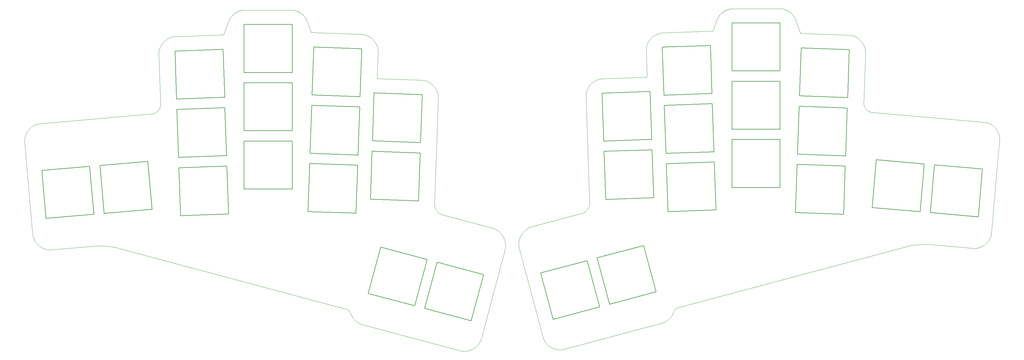
<source format=gbr>
%TF.GenerationSoftware,KiCad,Pcbnew,7.0.7*%
%TF.CreationDate,2023-10-05T00:16:33-07:00*%
%TF.ProjectId,neighboard-plate,6e656967-6862-46f6-9172-642d706c6174,1.1*%
%TF.SameCoordinates,Original*%
%TF.FileFunction,Profile,NP*%
%FSLAX46Y46*%
G04 Gerber Fmt 4.6, Leading zero omitted, Abs format (unit mm)*
G04 Created by KiCad (PCBNEW 7.0.7) date 2023-10-05 00:16:33*
%MOMM*%
%LPD*%
G01*
G04 APERTURE LIST*
%TA.AperFunction,Profile*%
%ADD10C,0.100000*%
%TD*%
%TA.AperFunction,Profile*%
%ADD11C,0.150000*%
%TD*%
G04 APERTURE END LIST*
D10*
X148697310Y-90019415D02*
X148715728Y-90021176D01*
X104087705Y-112400758D02*
X104150240Y-112293376D01*
X184679927Y-106497299D02*
X184797021Y-106710765D01*
X192215542Y-182896416D02*
X192456767Y-182926242D01*
X69478775Y-116557413D02*
X102072792Y-113702524D01*
X67474453Y-149774180D02*
X67407581Y-149539955D01*
X192698827Y-182943063D02*
X192941242Y-182947157D01*
X161381238Y-174163771D02*
X161155663Y-173958757D01*
X148642751Y-90009824D02*
X148660802Y-90013724D01*
X71965578Y-153363942D02*
X71723593Y-153338799D01*
X186593403Y-143163889D02*
X201244179Y-147090281D01*
X184279563Y-140412507D02*
X184296027Y-140542884D01*
X146087894Y-84992684D02*
X145951597Y-84859652D01*
X204825078Y-151098958D02*
X204868622Y-151330313D01*
X167554900Y-103007882D02*
X167558710Y-103031846D01*
X103948603Y-112607028D02*
X104020435Y-112505375D01*
X103965357Y-96340586D02*
X104476002Y-110987894D01*
X197708826Y-179725558D02*
X197791499Y-179496227D01*
X104633942Y-93785684D02*
X104516435Y-93999149D01*
X148376904Y-89850713D02*
X148389494Y-89864268D01*
X162981375Y-90519327D02*
X163226806Y-90534759D01*
X145202451Y-84272423D02*
X145040625Y-84171641D01*
X71011268Y-153189538D02*
X70779762Y-153116332D01*
X67553341Y-150004216D02*
X67474453Y-149774180D01*
X159524659Y-171319216D02*
X159454624Y-171231066D01*
X148474430Y-89935600D02*
X148489966Y-89945687D01*
X148281816Y-89693491D02*
X148288505Y-89710769D01*
X197613992Y-179949382D02*
X197708826Y-179725558D01*
X104207866Y-112183430D02*
X104260410Y-112071117D01*
X126154810Y-84378908D02*
X125850561Y-84608649D01*
X202863324Y-147927034D02*
X203042958Y-148077364D01*
X164180918Y-90726449D02*
X164410682Y-90804881D01*
X148402565Y-89877371D02*
X148416096Y-89890008D01*
X184345991Y-140800619D02*
X184417783Y-141053153D01*
X185000222Y-107152517D02*
X185085583Y-107380010D01*
X181951951Y-104173348D02*
X182177463Y-104263190D01*
X167606448Y-103168916D02*
X167618197Y-103190262D01*
X106491718Y-91881160D02*
X106286961Y-92013244D01*
X122976891Y-90394121D02*
X122990949Y-90359873D01*
X204236038Y-155480753D02*
X204400044Y-154852176D01*
X167659191Y-103250920D02*
X167674644Y-103269876D01*
X102072746Y-113703226D02*
X102197107Y-113688938D01*
X167551338Y-102934885D02*
X167551176Y-102959361D01*
X185272247Y-108084203D02*
X185310087Y-108324851D01*
X86952034Y-152196031D02*
X87839510Y-152217563D01*
X204883276Y-152724973D02*
X204841644Y-152954142D01*
X165283511Y-91228763D02*
X165488301Y-91360290D01*
X181011123Y-103932052D02*
X181251402Y-103973872D01*
X103791943Y-112800650D02*
X103872381Y-112705520D01*
X160223553Y-172754733D02*
X160080738Y-172484157D01*
X194376217Y-182720009D02*
X194607635Y-182642791D01*
X122782792Y-90612038D02*
X122813503Y-90591330D01*
X108543617Y-91183784D02*
X108301593Y-91212716D01*
X158846686Y-170763446D02*
X158744591Y-170722895D01*
X194835556Y-182555067D02*
X195059500Y-182457116D01*
X148489966Y-89945687D02*
X148505843Y-89955221D01*
X166064514Y-91809869D02*
X166242626Y-91976740D01*
X184271132Y-105891292D02*
X184416610Y-106087166D01*
X182614248Y-104475525D02*
X182824776Y-104597225D01*
X107138417Y-91545549D02*
X106917825Y-91646906D01*
X166242626Y-91976740D02*
X166413137Y-92151457D01*
X106088240Y-92154758D02*
X105895935Y-92305296D01*
X125850561Y-84608649D02*
X125563768Y-84859585D01*
X148389494Y-89864268D02*
X148402565Y-89877371D01*
X148321859Y-89776665D02*
X148331748Y-89792262D01*
X148416096Y-89890008D02*
X148430068Y-89902164D01*
X66465651Y-118009782D02*
X66642330Y-117841515D01*
X128248506Y-83514397D02*
X127876411Y-83591152D01*
X148459255Y-89924974D02*
X148474430Y-89935600D01*
X146465767Y-85420186D02*
X146345198Y-85273105D01*
X148312571Y-89760702D02*
X148321859Y-89776665D01*
X204868622Y-151330313D02*
X204900954Y-151562758D01*
X167544319Y-94011568D02*
X167618357Y-94242945D01*
X122538540Y-90688547D02*
X122575454Y-90685762D01*
X184510336Y-141299071D02*
X184622583Y-141536960D01*
X167783491Y-103367511D02*
X167803967Y-103380720D01*
X192456767Y-182926242D02*
X192698827Y-182943063D01*
X126474758Y-84171591D02*
X126154810Y-84378908D01*
X65262411Y-119826858D02*
X65357541Y-119603069D01*
X192941242Y-182947157D02*
X193183530Y-182938802D01*
X64934021Y-121974588D02*
X64934021Y-121974548D01*
X204705625Y-150641388D02*
X204770639Y-150869160D01*
X148303902Y-89744389D02*
X148312571Y-89760702D01*
X184622583Y-141536960D02*
X184753456Y-141765403D01*
X67214905Y-117387934D02*
X67418783Y-117255205D01*
X71246020Y-153251249D02*
X71011268Y-153189538D01*
X203843005Y-148948221D02*
X203981159Y-149142961D01*
X202290902Y-147532141D02*
X202486977Y-147653955D01*
X193183530Y-182938802D02*
X193425210Y-182918276D01*
X102320021Y-113668105D02*
X102441315Y-113640926D01*
X182177463Y-104263190D02*
X182398353Y-104364049D01*
X72699280Y-153360941D02*
X85203750Y-152268198D01*
X175321094Y-178395792D02*
X163248422Y-175159952D01*
X196816565Y-181161137D02*
X196974256Y-180976184D01*
X167730979Y-94715763D02*
X167768817Y-94956412D01*
X204111286Y-149343466D02*
X204233066Y-149549269D01*
X67857920Y-150665711D02*
X67745492Y-150450330D01*
X148522041Y-89964186D02*
X148538541Y-89972569D01*
X148331748Y-89792262D02*
X148342216Y-89807481D01*
X148353245Y-89822305D02*
X148364814Y-89836720D01*
X127876411Y-83591152D02*
X127511232Y-83696479D01*
X161618379Y-174354848D02*
X161381238Y-174163771D01*
X167914077Y-103431199D02*
X167937380Y-103437896D01*
X105043909Y-93179115D02*
X104898057Y-93375261D01*
X103975665Y-95851313D02*
X103963665Y-96094794D01*
X146219167Y-85130553D02*
X146087894Y-84992684D01*
X167551176Y-102959361D02*
X167552376Y-102983707D01*
X70328160Y-152936831D02*
X70108899Y-152831230D01*
X160554698Y-173268694D02*
X160381751Y-173016532D01*
X103872381Y-112705520D02*
X103948603Y-112607028D01*
X167255759Y-93342319D02*
X167362648Y-93560859D01*
X183420438Y-105019698D02*
X183605777Y-105178326D01*
X67980694Y-150875513D02*
X67857920Y-150665711D01*
X148572364Y-89987530D02*
X148589648Y-89994079D01*
X64934018Y-121974490D02*
X64934016Y-121974478D01*
X185159623Y-107611386D02*
X185221968Y-107846249D01*
X181722189Y-104094916D02*
X181951951Y-104173348D01*
X148715728Y-90021176D02*
X148734227Y-90022196D01*
X182398353Y-104364049D02*
X182614248Y-104475525D01*
X145664812Y-84608712D02*
X145514764Y-84491113D01*
X108301593Y-91212716D02*
X108062192Y-91254735D01*
X72453860Y-153375223D02*
X72209140Y-153376199D01*
X88728654Y-152276835D02*
X89614078Y-152373311D01*
X167595719Y-103147073D02*
X167606448Y-103168916D01*
X148607154Y-89999987D02*
X148624862Y-90005240D01*
X124453124Y-86389150D02*
X124307956Y-86741434D01*
X103707462Y-112892219D02*
X103791943Y-112800650D01*
X162392835Y-174835856D02*
X162124814Y-174691751D01*
X167618197Y-103190262D02*
X167630930Y-103211072D01*
X148364814Y-89836720D02*
X148376904Y-89850713D01*
X70779762Y-153116332D02*
X70551921Y-153031980D01*
X185247173Y-142379925D02*
X185441888Y-142556448D01*
X66296641Y-118185888D02*
X66465651Y-118009782D01*
X185441888Y-142556448D02*
X185649897Y-142716455D01*
X143822522Y-83640338D02*
X143638952Y-83591165D01*
X183029565Y-104728751D02*
X183228243Y-104869708D01*
X167630930Y-103211072D02*
X167644607Y-103231305D01*
X167552376Y-102983707D02*
X167554900Y-103007882D01*
X64934016Y-121974478D02*
X64934013Y-121974466D01*
X159590099Y-171411475D02*
X159524659Y-171319216D01*
X66826330Y-117681507D02*
X67017305Y-117530174D01*
X146345198Y-85273105D02*
X146219167Y-85130553D01*
X104440852Y-111481019D02*
X104459272Y-111358687D01*
X146889032Y-86050727D02*
X146792506Y-85887066D01*
X201674891Y-147231213D02*
X201884541Y-147320302D01*
X203981159Y-149142961D02*
X204111286Y-149343466D01*
X167680702Y-94477809D02*
X167730979Y-94715763D01*
X148342216Y-89807481D02*
X148353245Y-89822305D01*
X159380124Y-171147436D02*
X159301291Y-171068734D01*
X148678995Y-90016926D02*
X148697310Y-90019415D01*
X184552999Y-106289300D02*
X184679927Y-106497299D01*
X67643826Y-150229715D02*
X67553341Y-150004216D01*
X163248476Y-175160471D02*
X162955303Y-175071076D01*
X91352213Y-152675740D02*
X91776003Y-152773766D01*
X160080738Y-172484157D02*
X159953945Y-172205664D01*
X144004142Y-83696500D02*
X143822522Y-83640338D01*
X91776003Y-152773766D02*
X92194149Y-152880625D01*
X103332567Y-113218916D02*
X103431490Y-113143577D01*
X158945231Y-170811378D02*
X158846686Y-170763446D01*
X69285198Y-152311282D02*
X69094696Y-152158648D01*
X203543885Y-148577907D02*
X203697140Y-148759714D01*
X103527062Y-113063882D02*
X103619111Y-112980030D01*
X161866450Y-174531128D02*
X161618379Y-174354848D01*
X146580654Y-85571642D02*
X146465767Y-85420186D01*
X145514764Y-84491113D02*
X145360570Y-84378965D01*
X183228243Y-104869708D02*
X183420438Y-105019698D01*
X165686980Y-91501248D02*
X165879175Y-91651240D01*
X203216476Y-148236265D02*
X203383558Y-148403268D01*
X68113395Y-151079386D02*
X67980694Y-150875513D01*
X164857086Y-90995584D02*
X165072982Y-91107062D01*
X167577474Y-103102064D02*
X167586048Y-103124776D01*
X162981460Y-90519754D02*
X148734229Y-90022318D01*
X167803967Y-103380720D02*
X167825009Y-103392946D01*
X148430068Y-89902164D02*
X148444461Y-89913824D01*
X122895857Y-90517082D02*
X122919517Y-90488678D01*
X105361302Y-92806986D02*
X105198450Y-92989554D01*
X201244247Y-147089029D02*
X201461354Y-147153966D01*
X67418783Y-117255205D02*
X67628590Y-117132405D01*
X197861477Y-179260996D02*
X202537201Y-161819651D01*
X167984964Y-103447569D02*
X168009169Y-103450462D01*
X182824776Y-104597225D02*
X183029565Y-104728751D01*
X193904818Y-182841819D02*
X194141785Y-182786444D01*
X159040094Y-170866281D02*
X158945231Y-170811378D01*
X196292670Y-181670182D02*
X196475291Y-181508414D01*
X148295874Y-89727740D02*
X148303902Y-89744389D01*
X65983021Y-118559951D02*
X66135649Y-118369417D01*
X165879175Y-91651240D02*
X166064514Y-91809869D01*
X70108899Y-152831230D02*
X69894555Y-152715527D01*
X147207341Y-86741434D02*
X147138372Y-86563655D01*
X184903910Y-106929303D02*
X185000222Y-107152517D01*
X67843980Y-117019952D02*
X68064604Y-116918262D01*
X204911785Y-152494090D02*
X204883276Y-152724973D01*
X105532087Y-92631816D02*
X105361302Y-92806986D01*
X69894555Y-152715527D02*
X69685545Y-152590070D01*
X167744389Y-103338305D02*
X167763620Y-103353359D01*
X72699322Y-153360666D02*
X72453860Y-153375223D01*
X124307951Y-86741495D02*
X122990961Y-90361002D01*
X68064604Y-116918262D02*
X68290114Y-116827755D01*
X196102702Y-181823667D02*
X196292670Y-181670182D01*
X64930619Y-121240669D02*
X64955727Y-120998661D01*
X69234060Y-116585898D02*
X69478782Y-116557566D01*
X184265865Y-140017984D02*
X185345367Y-109059092D01*
X193425210Y-182918276D02*
X193665799Y-182885855D01*
X90923452Y-152586615D02*
X91352213Y-152675740D01*
X168033676Y-103452585D02*
X180522537Y-103886484D01*
X180522652Y-103887796D02*
X180768082Y-103903228D01*
X69094696Y-152158648D02*
X68911199Y-151997650D01*
X159650814Y-171507435D02*
X159590099Y-171411475D01*
X68255606Y-151276982D02*
X68113395Y-151079386D01*
X64934021Y-121973398D02*
X64919414Y-121728989D01*
X102197107Y-113688938D02*
X102320021Y-113668105D01*
X107825795Y-91309434D02*
X107592781Y-91376406D01*
X167570035Y-103078978D02*
X167577474Y-103102064D01*
X68566888Y-151651955D02*
X68406909Y-151467955D01*
X196650083Y-181338640D02*
X196816565Y-181161137D01*
X71483601Y-153301119D02*
X71246020Y-153251249D01*
X164636195Y-90894725D02*
X164857086Y-90995584D01*
X159953945Y-172205664D02*
X159843809Y-171920115D01*
X204702877Y-153588761D02*
X204841644Y-152954142D01*
X167768817Y-94956412D02*
X167793845Y-95199358D01*
X122813503Y-90591330D02*
X122842691Y-90568523D01*
X103963665Y-96094794D02*
X103965284Y-96339579D01*
X104089584Y-95132753D02*
X104039003Y-95369886D01*
X203383558Y-148403268D02*
X203543885Y-148577907D01*
X67745492Y-150450330D02*
X67643826Y-150229715D01*
X145810497Y-84731610D02*
X145664812Y-84608712D01*
X68992483Y-116627501D02*
X69234060Y-116585898D01*
X204233066Y-149549269D02*
X204346182Y-149759902D01*
X65704254Y-118960361D02*
X65839107Y-118757071D01*
X165488301Y-91360290D02*
X165686980Y-91501248D01*
X104471400Y-111235380D02*
X104477061Y-111111299D01*
X127511232Y-83696479D02*
X127154725Y-83829147D01*
X68406909Y-151467955D02*
X68255606Y-151276982D01*
X147062184Y-86389175D02*
X146978997Y-86218147D01*
X145040625Y-84171641D02*
X144875314Y-84076771D01*
X167725839Y-103322389D02*
X167744389Y-103338305D01*
X70551921Y-153031980D02*
X70328160Y-152936831D01*
X86510605Y-152199584D02*
X86952034Y-152196031D01*
X108787887Y-91168345D02*
X108543617Y-91183784D01*
X197261338Y-180585038D02*
X197389767Y-180379400D01*
X201461354Y-147153966D02*
X201674891Y-147231213D01*
X148624862Y-90005240D02*
X148642751Y-90009824D01*
X191975635Y-182853308D02*
X192215542Y-182896416D01*
X122870195Y-90543736D02*
X122895857Y-90517082D01*
X166413137Y-92151457D02*
X166575676Y-92333622D01*
X191737526Y-182796640D02*
X191975635Y-182853308D01*
X167868638Y-103414284D02*
X167891150Y-103423314D01*
X185335116Y-108567798D02*
X185346962Y-108812646D01*
X194607635Y-182642791D02*
X194835556Y-182555067D01*
X204630354Y-150416109D02*
X204705625Y-150641388D01*
X127154725Y-83829147D02*
X126808649Y-83987928D01*
X166575676Y-92333622D02*
X166729871Y-92522841D01*
X103125360Y-113355729D02*
X103230465Y-113289700D01*
X64934021Y-121974548D02*
X64934020Y-121974531D01*
X185649897Y-142716455D02*
X185870132Y-142858531D01*
X160942290Y-173740667D02*
X160741756Y-173510359D01*
X167805689Y-95444207D02*
X167803978Y-95690561D01*
X143266840Y-83514403D02*
X143078738Y-83487121D01*
X67017305Y-117530174D02*
X67214905Y-117387934D01*
X180768082Y-103903228D02*
X181011123Y-103932052D01*
X104898057Y-93375261D02*
X104761275Y-93577586D01*
X64934019Y-121974502D02*
X64934018Y-121974490D01*
X67311554Y-149060328D02*
X67283233Y-148815622D01*
X159301291Y-171068734D02*
X159218255Y-170995368D01*
X181251402Y-103973872D02*
X181488548Y-104028292D01*
X65043216Y-120521040D02*
X65104900Y-120286262D01*
X104020435Y-112505375D02*
X104087705Y-112400758D01*
X184268956Y-140281361D02*
X184279563Y-140412507D01*
X194141785Y-182786444D02*
X194376217Y-182720009D01*
X122941015Y-90458639D02*
X122960193Y-90427081D01*
X67283233Y-148815622D02*
X67283233Y-148815592D01*
X167690928Y-103288134D02*
X167708006Y-103305651D01*
X185085583Y-107380010D02*
X185159623Y-107611386D01*
X167891150Y-103423314D02*
X167914077Y-103431199D01*
X148538541Y-89972569D02*
X148555322Y-89980355D01*
X163226806Y-90534759D02*
X163469849Y-90563583D01*
X159706673Y-171606688D02*
X159650814Y-171507435D01*
X104312421Y-94440554D02*
X104226672Y-94667681D01*
X103431490Y-113143577D02*
X103527062Y-113063882D01*
X105198450Y-92989554D02*
X105043909Y-93179115D01*
X107592781Y-91376406D02*
X107363529Y-91455247D01*
X166875349Y-92718716D02*
X167011737Y-92920852D01*
X102441315Y-113640926D02*
X102560815Y-113607600D01*
X122919517Y-90488678D02*
X122941015Y-90458639D01*
X85635732Y-152235662D02*
X86071613Y-152212772D01*
X143453652Y-83549136D02*
X143266840Y-83514403D01*
X122717436Y-90646700D02*
X122750717Y-90630534D01*
X108787889Y-91167948D02*
X122538549Y-90689097D01*
X184318214Y-140672313D02*
X184345991Y-140800619D01*
X64955727Y-120998661D02*
X64993375Y-120758646D01*
X148555322Y-89980355D02*
X148572364Y-89987530D01*
X204930705Y-152029049D02*
X204927488Y-152261959D01*
X106286961Y-92013244D02*
X106088240Y-92154758D01*
X183783888Y-105345196D02*
X183954399Y-105519911D01*
X104349562Y-111840187D02*
X104385824Y-111721969D01*
X167458958Y-93784073D02*
X167544319Y-94011568D01*
X102560815Y-113607600D02*
X102678349Y-113568326D01*
X104000904Y-95609541D02*
X103975665Y-95851313D01*
X204921754Y-151795826D02*
X204930705Y-152029049D01*
X69685545Y-152590070D02*
X69482287Y-152455206D01*
X143638952Y-83591165D02*
X143453652Y-83549136D01*
X165072982Y-91107062D02*
X165283511Y-91228763D01*
X167708006Y-103305651D02*
X167725839Y-103322389D01*
X201884541Y-147320302D02*
X202089984Y-147420768D01*
X103619111Y-112980030D02*
X103707462Y-112892219D01*
X125563768Y-84859585D02*
X125296188Y-85130485D01*
X164410682Y-90804881D02*
X164636195Y-90894725D01*
X203042958Y-148077364D02*
X203216476Y-148236265D01*
X183954399Y-105519911D02*
X184116938Y-105702075D01*
X186343017Y-143083235D02*
X186467213Y-143125995D01*
X185984502Y-142922403D02*
X186101528Y-142981263D01*
X65463123Y-119383778D02*
X65578810Y-119169403D01*
X144360656Y-83829178D02*
X144183593Y-83759498D01*
X204346182Y-149759902D02*
X204450314Y-149974898D01*
X181488548Y-104028292D02*
X181722189Y-104094916D01*
X163469849Y-90563583D02*
X163710130Y-90605403D01*
X185310087Y-108324851D02*
X185335116Y-108567798D01*
X104459272Y-111358687D02*
X104471400Y-111235380D01*
X167674644Y-103269876D02*
X167690928Y-103288134D01*
X159843809Y-171920115D02*
X159803301Y-171813437D01*
X167138665Y-93128851D02*
X167255759Y-93342319D01*
X103017422Y-113416806D02*
X103125360Y-113355729D01*
X159218255Y-170995368D02*
X159131145Y-170927747D01*
X104039003Y-95369886D02*
X104000904Y-95609541D01*
X122750717Y-90630534D02*
X122782792Y-90612038D01*
X167586048Y-103124776D02*
X167595719Y-103147073D01*
X103230465Y-113289700D02*
X103332567Y-113218916D01*
X183605777Y-105178326D02*
X183783888Y-105345196D01*
X69482287Y-152455206D02*
X69285198Y-152311282D01*
X64934021Y-121973398D02*
X65229568Y-125346842D01*
X72209140Y-153376199D02*
X71965578Y-153363942D01*
X204927488Y-152261959D02*
X204911785Y-152494090D01*
X167793845Y-95199358D02*
X167805689Y-95444207D01*
X64934020Y-121974531D02*
X64934020Y-121974516D01*
X104226672Y-94667681D02*
X104152266Y-94898550D01*
X124626288Y-86050683D02*
X124453124Y-86389150D01*
X185346962Y-108812646D02*
X185345253Y-109059000D01*
X146792506Y-85887066D02*
X146689641Y-85727320D01*
X104516435Y-93999149D02*
X104409135Y-94217574D01*
X87839510Y-152217563D02*
X88728654Y-152276835D01*
X184901891Y-141982988D02*
X185066818Y-142188300D01*
X148660802Y-90013724D02*
X148678995Y-90016926D01*
X158744591Y-170722895D02*
X158692253Y-170705516D01*
X204770639Y-150869160D02*
X204825078Y-151098958D01*
X167937380Y-103437896D02*
X167961022Y-103443367D01*
X65229568Y-125346842D02*
X67283256Y-148815378D01*
X122842691Y-90568523D02*
X122870195Y-90543736D01*
X167362648Y-93560859D02*
X167458958Y-93784073D01*
X108062192Y-91254735D02*
X107825795Y-91309434D01*
X202677891Y-147785742D02*
X202863324Y-147927034D01*
X167558710Y-103031846D02*
X167563767Y-103055558D01*
X195493528Y-182231642D02*
X195905868Y-181968590D01*
X107363529Y-91455247D02*
X107138417Y-91545549D01*
X167563767Y-103055558D02*
X167570035Y-103078978D01*
X124825691Y-85727264D02*
X124626288Y-86050683D01*
X167763620Y-103353359D02*
X167783491Y-103367511D01*
X161155663Y-173958757D02*
X160942290Y-173740667D01*
X185066818Y-142188300D02*
X185247173Y-142379925D01*
X148505843Y-89955221D02*
X148522041Y-89964186D01*
X162124814Y-174691751D02*
X161866450Y-174531128D01*
X167618357Y-94242945D02*
X167680702Y-94477809D01*
X64918399Y-121484251D02*
X64930619Y-121240669D01*
X163710130Y-90605403D02*
X163947277Y-90659824D01*
X67407581Y-149539955D02*
X67353142Y-149301888D01*
X125049576Y-85420121D02*
X124825691Y-85727264D01*
X193665799Y-182885855D02*
X193904818Y-182841819D01*
X167961022Y-103443367D02*
X167984964Y-103447569D01*
X184753456Y-141765403D02*
X184901891Y-141982988D01*
X65104900Y-120286262D02*
X65178081Y-120054729D01*
X104477061Y-111111299D02*
X104476084Y-110986643D01*
X204545144Y-150193790D02*
X204630354Y-150416109D01*
X68754402Y-116681956D02*
X68992483Y-116627501D01*
X142699538Y-83455524D02*
X142508879Y-83451517D01*
X186221077Y-143034932D02*
X186343017Y-143083235D01*
X148288505Y-89710769D02*
X148295874Y-89727740D01*
X204555667Y-154221476D02*
X204702877Y-153588761D01*
X162669877Y-174962585D02*
X162392835Y-174835856D01*
X197389767Y-180379400D02*
X197507478Y-180167422D01*
X202537201Y-161819651D02*
X203686546Y-157530771D01*
X204236084Y-155480234D02*
X203686546Y-157530771D01*
X147207346Y-86741495D02*
X148281818Y-89694254D01*
X122960193Y-90427081D02*
X122976891Y-90394121D01*
X65578810Y-119169403D02*
X65704254Y-118960361D01*
X204400044Y-154852176D02*
X204555667Y-154221476D01*
X195059500Y-182457116D02*
X195493528Y-182231642D01*
X68290114Y-116827755D02*
X68520163Y-116748847D01*
X158692253Y-170705516D02*
X158639076Y-170690134D01*
X167825009Y-103392946D02*
X167846578Y-103404147D01*
X167804020Y-95689676D02*
X167551342Y-102933970D01*
X184416610Y-106087166D02*
X184552999Y-106289300D01*
X102906826Y-113472730D02*
X103017422Y-113416806D01*
X128625761Y-83467442D02*
X128248506Y-83514397D01*
X104307700Y-111956636D02*
X104349562Y-111840187D01*
X196475291Y-181508414D02*
X196650083Y-181338640D01*
X65178081Y-120054729D02*
X65262411Y-119826858D01*
X167846578Y-103404147D02*
X167868638Y-103414284D01*
X92194042Y-152879374D02*
X158639065Y-170691141D01*
X147138372Y-86563655D02*
X147062184Y-86389175D01*
X203697140Y-148759714D02*
X203843005Y-148948221D01*
X160381751Y-173016532D02*
X160223553Y-172754733D01*
X186101528Y-142981263D02*
X186221077Y-143034932D01*
X106702133Y-91758912D02*
X106491718Y-91881160D01*
X86071613Y-152212772D02*
X86510605Y-152199584D01*
X163947277Y-90659824D02*
X164180918Y-90726449D01*
X197122674Y-180784059D02*
X197261338Y-180585038D01*
X104260410Y-112071117D02*
X104307700Y-111956636D01*
X197791499Y-179496227D02*
X197861530Y-179261667D01*
X68911199Y-151997650D02*
X68735123Y-151828636D01*
X204900954Y-151562758D02*
X204921754Y-151795826D01*
X89614078Y-152373311D02*
X90490394Y-152506457D01*
X144183593Y-83759498D02*
X144004142Y-83696500D01*
X159131145Y-170927747D02*
X159040094Y-170866281D01*
X65839107Y-118757071D02*
X65983021Y-118559951D01*
X122647899Y-90671583D02*
X122683111Y-90660422D01*
X148589648Y-89994079D02*
X148607154Y-89999987D01*
X64934020Y-121974516D02*
X64934019Y-121974502D01*
X185221968Y-107846249D02*
X185272247Y-108084203D01*
X104761275Y-93577586D02*
X104633942Y-93785684D01*
X184417783Y-141053153D02*
X184510336Y-141299071D01*
X204450314Y-149974898D02*
X204545144Y-150193790D01*
X195905868Y-181968590D02*
X196102702Y-181823667D01*
X184264339Y-140149622D02*
X184268956Y-140281361D01*
X162955303Y-175071076D02*
X162669877Y-174962585D01*
X129006421Y-83452707D02*
X142508875Y-83452707D01*
X122575454Y-90685762D02*
X122611960Y-90680068D01*
X65357541Y-119603069D02*
X65463123Y-119383778D01*
X184116938Y-105702075D02*
X184271132Y-105891292D01*
X102678349Y-113568326D02*
X102793744Y-113523303D01*
X202089984Y-147420768D02*
X202290902Y-147532141D01*
X146689641Y-85727320D02*
X146580654Y-85571642D01*
X67311554Y-149060328D02*
X67353142Y-149301888D01*
X68520163Y-116748847D02*
X68754402Y-116681956D01*
X106917825Y-91646906D02*
X106702133Y-91758912D01*
X71723593Y-153338799D02*
X71483601Y-153301119D01*
X197507478Y-180167422D02*
X197613992Y-179949382D01*
X144875314Y-84076771D02*
X144706735Y-83987968D01*
X184265846Y-140017466D02*
X184264339Y-140149622D01*
X146978997Y-86218147D02*
X146889032Y-86050727D01*
X167011737Y-92920852D02*
X167138665Y-93128851D01*
X90490394Y-152506457D02*
X90923452Y-152586615D01*
X66135649Y-118369417D02*
X66296641Y-118185888D01*
X126808649Y-83987928D02*
X126474758Y-84171591D01*
X148444461Y-89913824D02*
X148459255Y-89924974D01*
X125296188Y-85130485D02*
X125049576Y-85420121D01*
X196974256Y-180976184D02*
X197122674Y-180784059D01*
X166729871Y-92522841D02*
X166875349Y-92718716D01*
X175321094Y-178395792D02*
X191737434Y-182795816D01*
X144706735Y-83987968D02*
X144535109Y-83905386D01*
X129006419Y-83451517D02*
X128625761Y-83467442D01*
X159454624Y-171231066D02*
X159380124Y-171147436D01*
X67628590Y-117132405D02*
X67843980Y-117019952D01*
X104150240Y-112293376D02*
X104207866Y-112183430D01*
X145360570Y-84378965D02*
X145202451Y-84272423D01*
X64919414Y-121728989D02*
X64918399Y-121484251D01*
X68735123Y-151828636D02*
X68566888Y-151651955D01*
X104409135Y-94217574D02*
X104312421Y-94440554D01*
X142889564Y-83467444D02*
X142699538Y-83455524D01*
X122683111Y-90660422D02*
X122717436Y-90646700D01*
X186467213Y-143125995D02*
X186593532Y-143163034D01*
X105710424Y-92464450D02*
X105532087Y-92631816D01*
X104385824Y-111721969D02*
X104416311Y-111602180D01*
X159757545Y-171708825D02*
X159706673Y-171606688D01*
X184296027Y-140542884D02*
X184318214Y-140672313D01*
X85203636Y-152268320D02*
X85635732Y-152235662D01*
X185870132Y-142858531D02*
X185984502Y-142922403D01*
X66642330Y-117841515D02*
X66826330Y-117681507D01*
X202486977Y-147653955D02*
X202677891Y-147785742D01*
X105895935Y-92305296D02*
X105710424Y-92464450D01*
X104416311Y-111602180D02*
X104440852Y-111481019D01*
X143078738Y-83487121D02*
X142889564Y-83467444D01*
X168009169Y-103450462D02*
X168033600Y-103452005D01*
X160741756Y-173510359D02*
X160554698Y-173268694D01*
X64993375Y-120758646D02*
X65043216Y-120521040D01*
X104152266Y-94898550D02*
X104089584Y-95132753D01*
X145951597Y-84859652D02*
X145810497Y-84731610D01*
X159803301Y-171813437D02*
X159757545Y-171708825D01*
X184797021Y-106710765D02*
X184903910Y-106929303D01*
X122611960Y-90680068D02*
X122647899Y-90671583D01*
X167644607Y-103231305D02*
X167659191Y-103250920D01*
X144535109Y-83905386D02*
X144360656Y-83829178D01*
X102793744Y-113523303D02*
X102906826Y-113472730D01*
X321920097Y-152345093D02*
X322343887Y-152247067D01*
X322343887Y-152247067D02*
X322772648Y-152157942D01*
X217593398Y-181394994D02*
X217790232Y-181539917D01*
X323205706Y-152077784D02*
X324082022Y-151944638D01*
X324082022Y-151944638D02*
X324967446Y-151848162D01*
X209245786Y-149546225D02*
X209349918Y-149331229D01*
X221958666Y-182367143D02*
X238375006Y-177967119D01*
X324967446Y-151848162D02*
X325856590Y-151788890D01*
X325856590Y-151788890D02*
X326744066Y-151767358D01*
X327185495Y-151770911D02*
X327624487Y-151784099D01*
X327624487Y-151784099D02*
X328060368Y-151806989D01*
X328060368Y-151806989D02*
X328492464Y-151839647D01*
X309730816Y-95910906D02*
X309732435Y-95666121D01*
X311623308Y-113273851D02*
X344217325Y-116128740D01*
X309720435Y-95422640D02*
X309695196Y-95180868D01*
X249285418Y-90376208D02*
X249515182Y-90297776D01*
X309606516Y-94704080D02*
X309543834Y-94469877D01*
X310264610Y-112714904D02*
X310363533Y-112790243D01*
X309286965Y-93788901D02*
X309179665Y-93570476D01*
X346412844Y-148386705D02*
X346384546Y-148631655D01*
X251303265Y-174407183D02*
X251026223Y-174533912D01*
X309179665Y-93570476D02*
X309062158Y-93357011D01*
X308934825Y-93148913D02*
X308798043Y-92946588D01*
X308334798Y-92378313D02*
X308164013Y-92203143D01*
X254106001Y-170982802D02*
X254045286Y-171078762D01*
X309469428Y-94239008D02*
X309383679Y-94011881D01*
X307985676Y-92035777D02*
X307800165Y-91876623D01*
X307800165Y-91876623D02*
X307607860Y-91726085D01*
X289242976Y-85960477D02*
X289069812Y-85622010D01*
X246005172Y-102859461D02*
X246021456Y-102841203D01*
X307204382Y-91452487D02*
X306993967Y-91330239D01*
X306557683Y-91116876D02*
X306332571Y-91026574D01*
X306332571Y-91026574D02*
X306103319Y-90947733D01*
X228046203Y-142287782D02*
X228254212Y-142127775D01*
X306103319Y-90947733D02*
X305870305Y-90880761D01*
X246065170Y-102782399D02*
X246077903Y-102761589D01*
X228349138Y-108383973D02*
X228360984Y-108139125D01*
X308798043Y-92946588D02*
X308652191Y-92750442D01*
X305870305Y-90880761D02*
X305633908Y-90826062D01*
X308652191Y-92750442D02*
X308497650Y-92560881D01*
X305633908Y-90826062D02*
X305394507Y-90784043D01*
X341972507Y-152910126D02*
X341730522Y-152935269D01*
X246100381Y-102718400D02*
X246110052Y-102696103D01*
X308497650Y-92560881D02*
X308334798Y-92378313D01*
X348762079Y-121545875D02*
X348762079Y-121545915D01*
X305394507Y-90784043D02*
X305152483Y-90755111D01*
X305152483Y-90755111D02*
X304908213Y-90739672D01*
X267476933Y-84701880D02*
X267350902Y-84844432D01*
X265414282Y-89265581D02*
X266488754Y-86312822D01*
X271187221Y-83022844D02*
X270996562Y-83026851D01*
X309236828Y-110930014D02*
X309255248Y-111052346D01*
X270057148Y-83162492D02*
X269873578Y-83211665D01*
X269873578Y-83211665D02*
X269691958Y-83267827D01*
X220997273Y-182514390D02*
X221239333Y-182497569D01*
X209150956Y-149765117D02*
X209245786Y-149546225D01*
X269691958Y-83267827D02*
X269512507Y-83330825D01*
X265123736Y-89558857D02*
X265140778Y-89551682D01*
X269512507Y-83330825D02*
X269335444Y-83400505D01*
X269160991Y-83476713D02*
X268989365Y-83559295D01*
X228629282Y-141759627D02*
X228794209Y-141554315D01*
X268989365Y-83559295D02*
X268820786Y-83648098D01*
X253472547Y-172326060D02*
X253314349Y-172587859D01*
X311135285Y-113178927D02*
X311254785Y-113212253D01*
X268655475Y-83742968D02*
X268493649Y-83843750D01*
X268031288Y-84180039D02*
X267885603Y-84302937D01*
X309695196Y-95180868D02*
X309657097Y-94941213D01*
X309383679Y-94011881D02*
X309286965Y-93788901D01*
X231297747Y-103935376D02*
X231518637Y-103834517D01*
X267885603Y-84302937D02*
X267744503Y-84430979D01*
X267230333Y-84991513D02*
X267115446Y-85142969D01*
X267006459Y-85298647D02*
X266903594Y-85458393D01*
X348762082Y-121545817D02*
X348762081Y-121545829D01*
X265400226Y-89299067D02*
X265407595Y-89282096D01*
X266717103Y-85789474D02*
X266633916Y-85960502D01*
X266633916Y-85960502D02*
X266557728Y-86134982D01*
X266557728Y-86134982D02*
X266488759Y-86312761D01*
X345950608Y-150021657D02*
X345838180Y-150237038D01*
X245849522Y-102975474D02*
X245871091Y-102964273D01*
X245892122Y-95261888D02*
X245890411Y-95015534D01*
X246015398Y-94049136D02*
X246077743Y-93814272D01*
X245890411Y-95015534D02*
X245902255Y-94770685D01*
X246440341Y-92913646D02*
X246557435Y-92700178D01*
X215834570Y-178832994D02*
X215904601Y-179067554D01*
X246557435Y-92700178D02*
X246684363Y-92492179D01*
X246132333Y-102626885D02*
X246137390Y-102603173D01*
X246684363Y-92492179D02*
X246820751Y-92290043D01*
X246820751Y-92290043D02*
X246966229Y-92094168D01*
X216879535Y-180732464D02*
X217046017Y-180909967D01*
X345175937Y-116320174D02*
X345405986Y-116399082D01*
X246966229Y-92094168D02*
X247120424Y-91904949D01*
X265293535Y-89448698D02*
X265306606Y-89435595D01*
X307607860Y-91726085D02*
X307409139Y-91584571D01*
X247120424Y-91904949D02*
X247282963Y-91722784D01*
X248009120Y-91072575D02*
X248207799Y-90931617D01*
X248207799Y-90931617D02*
X248412589Y-90800090D01*
X248623118Y-90678389D02*
X248839014Y-90566911D01*
X249985970Y-90176730D02*
X250226251Y-90134910D01*
X250226251Y-90134910D02*
X250469294Y-90106086D01*
X250469294Y-90106086D02*
X250714725Y-90090654D01*
X233173563Y-103457811D02*
X245662424Y-103023912D01*
X227102568Y-142734361D02*
X227228887Y-142697322D01*
X326744066Y-151767358D02*
X327185495Y-151770911D01*
X227353083Y-142654562D02*
X227475023Y-142606259D01*
X267350902Y-84844432D02*
X267230333Y-84991513D01*
X228254212Y-142127775D02*
X228448927Y-141951252D01*
X228448927Y-141951252D02*
X228629282Y-141759627D01*
X229073517Y-141108287D02*
X229185764Y-140870398D01*
X229185764Y-140870398D02*
X229278317Y-140624480D01*
X229278317Y-140624480D02*
X229350109Y-140371946D01*
X229350109Y-140371946D02*
X229377886Y-140243640D01*
X246333452Y-93132186D02*
X246440341Y-92913646D01*
X229400073Y-140114211D02*
X229416537Y-139983834D01*
X265017105Y-89588253D02*
X265035298Y-89585051D01*
X229431761Y-139720949D02*
X229430254Y-139588793D01*
X209853095Y-148519548D02*
X209998960Y-148331041D01*
X270429260Y-83085730D02*
X270242448Y-83120463D01*
X344462040Y-116157225D02*
X344703617Y-116198828D01*
X208854456Y-152525469D02*
X208993223Y-153160088D01*
X290913308Y-90183365D02*
X290945383Y-90201861D01*
X246077743Y-93814272D02*
X246151781Y-93582895D01*
X246036909Y-102822247D02*
X246051493Y-102802632D01*
X209140433Y-153792803D02*
X209296056Y-154423503D01*
X209998960Y-148331041D02*
X210152215Y-148149234D01*
X209296056Y-154423503D02*
X209460062Y-155052080D01*
X348652884Y-120092367D02*
X348591200Y-119857589D01*
X210009554Y-157102098D02*
X211158899Y-161390978D01*
X345852120Y-116591279D02*
X346067510Y-116703732D01*
X345631496Y-116489589D02*
X345852120Y-116591279D01*
X216721844Y-180547511D02*
X216879535Y-180732464D01*
X209584814Y-148914793D02*
X209714941Y-148714288D01*
X217046017Y-180909967D02*
X217220809Y-181079741D01*
X348765481Y-120811996D02*
X348777701Y-121055578D01*
X309732435Y-95666121D02*
X309720435Y-95422640D01*
X208925461Y-150440487D02*
X208990475Y-150212715D01*
X216434762Y-180156365D02*
X216573426Y-180355386D01*
X266807068Y-85622054D02*
X266717103Y-85789474D01*
X217790232Y-181539917D02*
X218202572Y-181802969D01*
X212451921Y-146661608D02*
X227102697Y-142735216D01*
X216573426Y-180355386D02*
X216721844Y-180547511D01*
X248839014Y-90566911D02*
X249059905Y-90466052D01*
X218202572Y-181802969D02*
X218636600Y-182028443D01*
X208990475Y-150212715D02*
X209065746Y-149987436D01*
X267608206Y-84564011D02*
X267476933Y-84701880D01*
X248412589Y-90800090D02*
X248623118Y-90678389D01*
X218860544Y-182126394D02*
X219088465Y-182214118D01*
X209349918Y-149331229D02*
X209463034Y-149120596D01*
X219088465Y-182214118D02*
X219319883Y-182291336D01*
X246110052Y-102696103D02*
X246118626Y-102673391D01*
X219554315Y-182357771D02*
X219791282Y-182413146D01*
X310169038Y-112635209D02*
X310264610Y-112714904D01*
X219791282Y-182413146D02*
X220030301Y-182457182D01*
X232928018Y-103474555D02*
X233173448Y-103459123D01*
X308164013Y-92203143D02*
X307985676Y-92035777D01*
X245951711Y-102909632D02*
X245970261Y-102893716D01*
X220030301Y-182457182D02*
X220270890Y-182489603D01*
X246118626Y-102673391D02*
X246126065Y-102650305D01*
X220512570Y-182510129D02*
X220754858Y-182518484D01*
X208774346Y-151367153D02*
X208795146Y-151134085D01*
X220754858Y-182518484D02*
X220997273Y-182514390D01*
X229741701Y-105091238D02*
X229912212Y-104916523D01*
X221480558Y-182467743D02*
X221720465Y-182424635D01*
X252077721Y-173926175D02*
X251829650Y-174102455D01*
X254951509Y-170294222D02*
X254849414Y-170334773D01*
X208765395Y-151600376D02*
X208774346Y-151367153D01*
X254849414Y-170334773D02*
X254750869Y-170382705D01*
X216082108Y-179520709D02*
X216188622Y-179738749D01*
X227475023Y-142606259D02*
X227594572Y-142552590D01*
X290755085Y-90029966D02*
X290776583Y-90060005D01*
X227711598Y-142493730D02*
X227825968Y-142429858D01*
X210152215Y-148149234D02*
X210312542Y-147974595D01*
X254564955Y-170499074D02*
X254477845Y-170566695D01*
X231081852Y-104046852D02*
X231297747Y-103935376D01*
X227594572Y-142552590D02*
X227711598Y-142493730D01*
X252540437Y-173530084D02*
X252314862Y-173735098D01*
X227825968Y-142429858D02*
X228046203Y-142287782D01*
X309545860Y-111864703D02*
X309608395Y-111972085D01*
X254477845Y-170566695D02*
X254394809Y-170640061D01*
X210009554Y-157102098D02*
X209460016Y-155051561D01*
X254315976Y-170718763D02*
X254241476Y-170802393D01*
X268493649Y-83843750D02*
X268335530Y-83950292D01*
X254241476Y-170802393D02*
X254171441Y-170890543D01*
X208768612Y-151833286D02*
X208765395Y-151600376D01*
X253989427Y-171178015D02*
X253938555Y-171280152D01*
X211018209Y-147357069D02*
X211209123Y-147225282D01*
X306778275Y-91218233D02*
X306557683Y-91116876D01*
X246143724Y-102555034D02*
X246144924Y-102530688D01*
X253892799Y-171384764D02*
X253852291Y-171491442D01*
X309388400Y-111527963D02*
X309435690Y-111642444D01*
X322772648Y-152157942D02*
X323205706Y-152077784D01*
X246126065Y-102650305D02*
X246132333Y-102626885D01*
X309062158Y-93357011D02*
X308934825Y-93148913D01*
X255057024Y-170261461D02*
X255003847Y-170276843D01*
X221720465Y-182424635D02*
X221958574Y-182367967D01*
X343587201Y-152402557D02*
X343367940Y-152508158D01*
X346142759Y-149575543D02*
X346052274Y-149801042D01*
X245804950Y-102994641D02*
X245827462Y-102985611D01*
X346052274Y-149801042D02*
X345950608Y-150021657D01*
X309823719Y-112276847D02*
X309904157Y-112371977D01*
X345715406Y-150446840D02*
X345582705Y-150650713D01*
X208854456Y-152525469D02*
X208812824Y-152296300D01*
X254045286Y-171078762D02*
X253989427Y-171178015D01*
X288870409Y-85298591D02*
X288646524Y-84991448D01*
X345582705Y-150650713D02*
X345440494Y-150848309D01*
X291012989Y-90231749D02*
X291048201Y-90242910D01*
X345440494Y-150848309D02*
X345289191Y-151039282D01*
X228350733Y-108630419D02*
X229430235Y-139589311D01*
X345289191Y-151039282D02*
X345129212Y-151223282D01*
X228360984Y-108139125D02*
X228386013Y-107896178D01*
X344960977Y-151399963D02*
X344784901Y-151568977D01*
X245782023Y-103002526D02*
X245804950Y-102994641D01*
X344784901Y-151568977D02*
X344601404Y-151729975D01*
X212021209Y-146802540D02*
X212234746Y-146725293D01*
X344601404Y-151729975D02*
X344410902Y-151882609D01*
X290882597Y-90162657D02*
X290913308Y-90183365D01*
X344213813Y-152026533D02*
X344010555Y-152161397D01*
X348762080Y-121545858D02*
X348762079Y-121545875D01*
X343801545Y-152286854D02*
X343587201Y-152402557D01*
X217220809Y-181079741D02*
X217403430Y-181241509D01*
X342916338Y-152687659D02*
X342684832Y-152760865D01*
X246137390Y-102603173D02*
X246141200Y-102579209D01*
X254656006Y-170437608D02*
X254564955Y-170499074D01*
X246237142Y-93355400D02*
X246333452Y-93132186D01*
X342684832Y-152760865D02*
X342450080Y-152822576D01*
X264998790Y-89590742D02*
X265017105Y-89588253D01*
X342450080Y-152822576D02*
X342212499Y-152872446D01*
X270806536Y-83038771D02*
X270617362Y-83058448D01*
X341486960Y-152947526D02*
X341242240Y-152946550D01*
X309346538Y-111411514D02*
X309388400Y-111527963D01*
X341242240Y-152946550D02*
X340996778Y-152931993D01*
X255057035Y-170262468D02*
X321502058Y-152450701D01*
X346412844Y-148386705D02*
X348466532Y-124918169D01*
X265251639Y-89485151D02*
X265266032Y-89473491D01*
X348762087Y-121545793D02*
X348762084Y-121545805D01*
X265106452Y-89565406D02*
X265123736Y-89558857D01*
X348762084Y-121545805D02*
X348762082Y-121545817D01*
X254171441Y-170890543D02*
X254106001Y-170982802D01*
X251026223Y-174533912D02*
X250740797Y-174642403D01*
X290776583Y-90060005D02*
X290800243Y-90088409D01*
X250740797Y-174642403D02*
X250447624Y-174731798D01*
X245970261Y-102893716D02*
X245988094Y-102876978D01*
X344217318Y-116128893D02*
X344462040Y-116157225D01*
X307409139Y-91584571D02*
X307204382Y-91452487D01*
X344941698Y-116253283D02*
X345175937Y-116320174D01*
X245902255Y-94770685D02*
X245927283Y-94527739D01*
X253938555Y-171280152D02*
X253892799Y-171384764D01*
X290800243Y-90088409D02*
X290825905Y-90115063D01*
X346067510Y-116703732D02*
X346277317Y-116826532D01*
X328492350Y-151839525D02*
X340996820Y-152932268D01*
X288399912Y-84701812D02*
X288132332Y-84430912D01*
X306993967Y-91330239D02*
X306778275Y-91218233D01*
X346481195Y-116959261D02*
X346678795Y-117101501D01*
X291157551Y-90260424D02*
X304908211Y-90739275D01*
X269335444Y-83400505D02*
X269160991Y-83476713D01*
X252753810Y-173311994D02*
X252540437Y-173530084D01*
X347399459Y-117757215D02*
X347560451Y-117940744D01*
X209714941Y-148714288D02*
X209853095Y-148519548D01*
X246077903Y-102761589D02*
X246089652Y-102740243D01*
X341730522Y-152935269D02*
X341486960Y-152947526D01*
X265236845Y-89496301D02*
X265251639Y-89485151D01*
X271187225Y-83024034D02*
X284689679Y-83024034D01*
X347230449Y-117581109D02*
X347399459Y-117757215D01*
X208784315Y-152065417D02*
X208768612Y-151833286D01*
X347560451Y-117940744D02*
X347713079Y-118131278D01*
X346221647Y-149345507D02*
X346142759Y-149575543D01*
X347713079Y-118131278D02*
X347856993Y-118328398D01*
X208827478Y-150901640D02*
X208871022Y-150670285D01*
X270617362Y-83058448D02*
X270429260Y-83085730D01*
X245892133Y-102952047D02*
X245912609Y-102938838D01*
X216188622Y-179738749D02*
X216306333Y-179950727D01*
X228423853Y-107655530D02*
X228474132Y-107417576D01*
X348117290Y-118740730D02*
X348232977Y-118955105D01*
X245871091Y-102964273D02*
X245892133Y-102952047D01*
X255003847Y-170276843D02*
X254951509Y-170294222D01*
X343367940Y-152508158D02*
X343144179Y-152603307D01*
X253141402Y-172840021D02*
X252954344Y-173081686D01*
X309904157Y-112371977D02*
X309988638Y-112463546D01*
X290705151Y-89931200D02*
X290719209Y-89965448D01*
X344410902Y-151882609D02*
X344213813Y-152026533D01*
X253314349Y-172587859D02*
X253141402Y-172840021D01*
X348518019Y-119626056D02*
X348591200Y-119857589D01*
X219319883Y-182291336D02*
X219554315Y-182357771D01*
X348702725Y-120329973D02*
X348740373Y-120569988D01*
X290719209Y-89965448D02*
X290735907Y-89998408D01*
X290705139Y-89932329D02*
X289388149Y-86312822D01*
X253852291Y-171491442D02*
X253742155Y-171776991D01*
X227228887Y-142697322D02*
X227353083Y-142654562D01*
X230666535Y-104300078D02*
X230871324Y-104168552D01*
X348740373Y-120569988D02*
X348765481Y-120811996D01*
X253615362Y-172055484D02*
X253472547Y-172326060D01*
X348232977Y-118955105D02*
X348338559Y-119174396D01*
X253742155Y-171776991D02*
X253615362Y-172055484D01*
X270242448Y-83120463D02*
X270057148Y-83162492D01*
X217403430Y-181241509D02*
X217593398Y-181394994D01*
X309220098Y-110559221D02*
X309730743Y-95911913D01*
X346384546Y-148631655D02*
X346342958Y-148873215D01*
X291048201Y-90242910D02*
X291084140Y-90251395D01*
X228792190Y-106500630D02*
X228899079Y-106282092D01*
X265053349Y-89581151D02*
X265071238Y-89576567D01*
X310363533Y-112790243D02*
X310465635Y-112861027D01*
X220270890Y-182489603D02*
X220512570Y-182510129D01*
X249059905Y-90466052D02*
X249285418Y-90376208D01*
X346869770Y-117252834D02*
X347053770Y-117412842D01*
X232684977Y-103503379D02*
X232928018Y-103474555D01*
X290945383Y-90201861D02*
X290978664Y-90218027D01*
X265331286Y-89408047D02*
X265342855Y-89393632D01*
X254394809Y-170640061D02*
X254315976Y-170718763D01*
X232207552Y-103599619D02*
X232444698Y-103545199D01*
X229279490Y-105658493D02*
X229424968Y-105462619D01*
X231518637Y-103834517D02*
X231744149Y-103744675D01*
X290978664Y-90218027D02*
X291012989Y-90231749D01*
X309543834Y-94469877D02*
X309469428Y-94239008D01*
X291084140Y-90251395D02*
X291120646Y-90257089D01*
X230467857Y-104441035D02*
X230666535Y-104300078D01*
X348466532Y-124918169D02*
X348762079Y-121544725D01*
X265392198Y-89315716D02*
X265400226Y-89299067D01*
X208812824Y-152296300D02*
X208784315Y-152065417D01*
X265088946Y-89571314D02*
X265106452Y-89565406D01*
X342212499Y-152872446D02*
X341972507Y-152910126D01*
X252954344Y-173081686D02*
X252753810Y-173311994D01*
X291120646Y-90257089D02*
X291157560Y-90259874D01*
X230275662Y-104591025D02*
X230467857Y-104441035D01*
X348762081Y-121545829D02*
X348762080Y-121545843D01*
X309747497Y-112178355D02*
X309823719Y-112276847D01*
X252314862Y-173735098D02*
X252077721Y-173926175D01*
X230090323Y-104749653D02*
X230275662Y-104591025D01*
X212234746Y-146725293D02*
X212451853Y-146660356D01*
X268820786Y-83648098D02*
X268655475Y-83742968D01*
X245662500Y-103023332D02*
X245686931Y-103021789D01*
X251571286Y-174263078D02*
X251303265Y-174407183D01*
X246021456Y-102841203D02*
X246036909Y-102822247D01*
X229912212Y-104916523D02*
X230090323Y-104749653D01*
X228794209Y-141554315D02*
X228942644Y-141336730D01*
X290735907Y-89998408D02*
X290755085Y-90029966D01*
X310789274Y-113044057D02*
X310902356Y-113094630D01*
X347991846Y-118531688D02*
X348117290Y-118740730D01*
X344010555Y-152161397D02*
X343801545Y-152286854D01*
X290853409Y-90139850D02*
X290882597Y-90162657D01*
X229579162Y-105273402D02*
X229741701Y-105091238D01*
X245686931Y-103021789D02*
X245711136Y-103018896D01*
X345405986Y-116399082D02*
X345631496Y-116489589D01*
X245711136Y-103018896D02*
X245735078Y-103014694D01*
X229424968Y-105462619D02*
X229579162Y-105273402D01*
X346678795Y-117101501D02*
X346869770Y-117252834D01*
X228386013Y-107896178D02*
X228423853Y-107655530D01*
X346412867Y-148386919D02*
X346412867Y-148386949D01*
X267744503Y-84430979D02*
X267608206Y-84564011D01*
X245758720Y-103009223D02*
X245782023Y-103002526D01*
X218636600Y-182028443D02*
X218860544Y-182126394D01*
X347053770Y-117412842D02*
X347230449Y-117581109D01*
X228899079Y-106282092D02*
X229016173Y-106068626D01*
X348338559Y-119174396D02*
X348433689Y-119398185D01*
X228610517Y-106951337D02*
X228695878Y-106723844D01*
X211158899Y-161390978D02*
X215834623Y-178832323D01*
X246144758Y-102505297D02*
X245892080Y-95261003D01*
X230871324Y-104168552D02*
X231081852Y-104046852D01*
X345838180Y-150237038D02*
X345715406Y-150446840D01*
X251829650Y-174102455D02*
X251571286Y-174263078D01*
X264961873Y-89593523D02*
X264980372Y-89592503D01*
X311017751Y-113139653D02*
X311135285Y-113178927D01*
X228474132Y-107417576D02*
X228536477Y-107182713D01*
X247816925Y-91222567D02*
X248009120Y-91072575D01*
X265206134Y-89517014D02*
X265221670Y-89506927D01*
X208795146Y-151134085D02*
X208827478Y-150901640D01*
X265407595Y-89282096D02*
X265414284Y-89264818D01*
X229377886Y-140243640D02*
X229400073Y-140114211D01*
X215987274Y-179296885D02*
X216082108Y-179520709D01*
X208871022Y-150670285D02*
X208925461Y-150440487D01*
X265383529Y-89332029D02*
X265392198Y-89315716D01*
X247282963Y-91722784D02*
X247453474Y-91548067D01*
X209463034Y-149120596D02*
X209584814Y-148914793D01*
X229016173Y-106068626D02*
X229143101Y-105860627D01*
X265374241Y-89347992D02*
X265383529Y-89332029D01*
X310678678Y-112988133D02*
X310789274Y-113044057D01*
X265035298Y-89585051D02*
X265053349Y-89581151D01*
X267115446Y-85142969D02*
X267006459Y-85298647D01*
X265364352Y-89363589D02*
X265374241Y-89347992D01*
X348776686Y-121300316D02*
X348762087Y-121545793D01*
X265353884Y-89378808D02*
X265364352Y-89363589D01*
X232444698Y-103545199D02*
X232684977Y-103503379D01*
X265342855Y-89393632D02*
X265353884Y-89378808D01*
X290825905Y-90115063D02*
X290853409Y-90139850D01*
X321501951Y-152451952D02*
X321920097Y-152345093D01*
X347856993Y-118328398D02*
X347991846Y-118531688D01*
X231973911Y-103666243D02*
X232207552Y-103599619D01*
X211606116Y-146992095D02*
X211811559Y-146891629D01*
X246144924Y-102530688D02*
X246144762Y-102506212D01*
X288132332Y-84430912D02*
X287845539Y-84179976D01*
X211811559Y-146891629D02*
X212021209Y-146802540D01*
X348433689Y-119398185D02*
X348518019Y-119626056D01*
X211405198Y-147103468D02*
X211606116Y-146992095D01*
X245827462Y-102985611D02*
X245849522Y-102975474D01*
X245735078Y-103014694D02*
X245758720Y-103009223D01*
X264961871Y-89593645D02*
X250714640Y-90091081D01*
X246051493Y-102802632D02*
X246065170Y-102782399D01*
X209065746Y-149987436D02*
X209150956Y-149765117D01*
X231744149Y-103744675D02*
X231973911Y-103666243D01*
X246141200Y-102579209D02*
X246143724Y-102555034D01*
X221239333Y-182497569D02*
X221480558Y-182467743D01*
X250447678Y-174731279D02*
X238375006Y-177967119D01*
X344703617Y-116198828D02*
X344941698Y-116253283D01*
X254750869Y-170382705D02*
X254656006Y-170437608D01*
X210312542Y-147974595D02*
X210479624Y-147807592D01*
X215904601Y-179067554D02*
X215987274Y-179296885D01*
X229143101Y-105860627D02*
X229279490Y-105658493D01*
X210653142Y-147648691D02*
X210832776Y-147498361D01*
X245912609Y-102938838D02*
X245932480Y-102924686D01*
X265319196Y-89422040D02*
X265331286Y-89408047D01*
X265306606Y-89435595D02*
X265319196Y-89422040D01*
X246151781Y-93582895D02*
X246237142Y-93355400D01*
X346277317Y-116826532D02*
X346481195Y-116959261D01*
X247453474Y-91548067D02*
X247631586Y-91381196D01*
X286887451Y-83559255D02*
X286541375Y-83400474D01*
X265266032Y-89473491D02*
X265280004Y-89461335D01*
X266903594Y-85458393D02*
X266807068Y-85622054D01*
X265221670Y-89506927D02*
X265236845Y-89496301D01*
X309675665Y-112076702D02*
X309747497Y-112178355D01*
X265190257Y-89526548D02*
X265206134Y-89517014D01*
X265174059Y-89535513D02*
X265190257Y-89526548D01*
X247631586Y-91381196D02*
X247816925Y-91222567D01*
X286541375Y-83400474D02*
X286184868Y-83267806D01*
X268181336Y-84062440D02*
X268031288Y-84180039D01*
X265157559Y-89543896D02*
X265174059Y-89535513D01*
X268335530Y-83950292D02*
X268181336Y-84062440D01*
X265140778Y-89551682D02*
X265157559Y-89543896D01*
X311254785Y-113212253D02*
X311376079Y-113239432D01*
X265071238Y-89576567D02*
X265088946Y-89571314D01*
X210832776Y-147498361D02*
X211018209Y-147357069D01*
X264980372Y-89592503D02*
X264998790Y-89590742D01*
X246089652Y-102740243D02*
X246100381Y-102718400D01*
X285070339Y-83038769D02*
X284689681Y-83022844D01*
X309657097Y-94941213D02*
X309606516Y-94704080D01*
X285447594Y-83085724D02*
X285070339Y-83038769D01*
X245965121Y-94287090D02*
X246015398Y-94049136D01*
X229427144Y-139852688D02*
X229431761Y-139720949D01*
X345129212Y-151223282D02*
X344960977Y-151399963D01*
X285819689Y-83162479D02*
X285447594Y-83085724D01*
X245927283Y-94527739D02*
X245965121Y-94287090D01*
X229416537Y-139983834D02*
X229427144Y-139852688D01*
X286184868Y-83267806D02*
X285819689Y-83162479D01*
X211209123Y-147225282D02*
X211405198Y-147103468D01*
X265280004Y-89461335D02*
X265293535Y-89448698D01*
X287221342Y-83742918D02*
X286887451Y-83559255D01*
X245988094Y-102876978D02*
X246005172Y-102859461D01*
X287541290Y-83950235D02*
X287221342Y-83742918D01*
X289388144Y-86312761D02*
X289242976Y-85960477D01*
X287845539Y-84179976D02*
X287541290Y-83950235D01*
X288646524Y-84991448D02*
X288399912Y-84701812D01*
X289069812Y-85622010D02*
X288870409Y-85298591D01*
X343144179Y-152603307D02*
X342916338Y-152687659D01*
X310076989Y-112551357D02*
X310169038Y-112635209D01*
X311498993Y-113260265D02*
X311623354Y-113274553D01*
X309988638Y-112463546D02*
X310076989Y-112551357D01*
X311498993Y-113260265D02*
X311376079Y-113239432D01*
X228536477Y-107182713D02*
X228610517Y-106951337D01*
X228942644Y-141336730D02*
X229073517Y-141108287D01*
X310902356Y-113094630D02*
X311017751Y-113139653D01*
X309435690Y-111642444D02*
X309488234Y-111754757D01*
X216306333Y-179950727D02*
X216434762Y-180156365D01*
X210479624Y-147807592D02*
X210653142Y-147648691D01*
X310570740Y-112927056D02*
X310678678Y-112988133D01*
X270996562Y-83026851D02*
X270806536Y-83038771D01*
X346342958Y-148873215D02*
X346288519Y-149111282D01*
X348652884Y-120092367D02*
X348702725Y-120329973D01*
X310465635Y-112861027D02*
X310570740Y-112927056D01*
X228350847Y-108630327D02*
X228349138Y-108383973D01*
X309608395Y-111972085D02*
X309675665Y-112076702D01*
X208993223Y-153160088D02*
X209140433Y-153792803D01*
X309488234Y-111754757D02*
X309545860Y-111864703D01*
X348777701Y-121055578D02*
X348776686Y-121300316D01*
X245932480Y-102924686D02*
X245951711Y-102909632D01*
X309310276Y-111293296D02*
X309346538Y-111411514D01*
X309279789Y-111173507D02*
X309310276Y-111293296D01*
X309255248Y-111052346D02*
X309279789Y-111173507D01*
X249748823Y-90231151D02*
X249985970Y-90176730D01*
X348762080Y-121545843D02*
X348762080Y-121545858D01*
X309224700Y-110806707D02*
X309236828Y-110930014D01*
X249515182Y-90297776D02*
X249748823Y-90231151D01*
X228695878Y-106723844D02*
X228792190Y-106500630D01*
X309219039Y-110682626D02*
X309224700Y-110806707D01*
X346288519Y-149111282D02*
X346221647Y-149345507D01*
X309219039Y-110682626D02*
X309220098Y-110559221D01*
D11*
%TO.C,SW28*%
X329829838Y-128580659D02*
X343776564Y-129800839D01*
X329829838Y-128580659D02*
X328609658Y-142527385D01*
X342556384Y-143747565D02*
X343776564Y-129800839D01*
X342556384Y-143747565D02*
X328609658Y-142527385D01*
%TO.C,SW8*%
X166198016Y-121603520D02*
X166686609Y-107612049D01*
X166198016Y-121603520D02*
X180189487Y-122092113D01*
X180678080Y-108100642D02*
X166686609Y-107612049D01*
X180678080Y-108100642D02*
X180189487Y-122092113D01*
%TO.C,SW12*%
X147444667Y-142195466D02*
X147933260Y-128203995D01*
X147444667Y-142195466D02*
X161436138Y-142684059D01*
X161924731Y-128692588D02*
X147933260Y-128203995D01*
X161924731Y-128692588D02*
X161436138Y-142684059D01*
%TO.C,SW26*%
X270843350Y-135181947D02*
X270843350Y-121181947D01*
X270843350Y-135181947D02*
X284843350Y-135181947D01*
X284843350Y-121181947D02*
X270843350Y-121181947D01*
X284843350Y-121181947D02*
X284843350Y-135181947D01*
%TO.C,SW27*%
X289359968Y-142465333D02*
X289848561Y-128473862D01*
X289359968Y-142465333D02*
X303351439Y-142953926D01*
X303840032Y-128962455D02*
X289848561Y-128473862D01*
X303840032Y-128962455D02*
X303351439Y-142953926D01*
%TO.C,SW5*%
X109750945Y-126392112D02*
X109262352Y-112400641D01*
X109750945Y-126392112D02*
X123742416Y-125903519D01*
X123253823Y-111912048D02*
X109262352Y-112400641D01*
X123253823Y-111912048D02*
X123742416Y-125903519D01*
%TO.C,SW20*%
X251656247Y-125249796D02*
X251167654Y-111258325D01*
X251656247Y-125249796D02*
X265647718Y-124761203D01*
X265159125Y-110769732D02*
X251167654Y-111258325D01*
X265159125Y-110769732D02*
X265647718Y-124761203D01*
%TO.C,SW24*%
X234125261Y-138653926D02*
X233636668Y-124662455D01*
X234125261Y-138653926D02*
X248116732Y-138165333D01*
X247628139Y-124173862D02*
X233636668Y-124662455D01*
X247628139Y-124173862D02*
X248116732Y-138165333D01*
%TO.C,SW13*%
X165598015Y-138603519D02*
X166086608Y-124612048D01*
X165598015Y-138603519D02*
X179589486Y-139092112D01*
X180078079Y-125100641D02*
X166086608Y-124612048D01*
X180078079Y-125100641D02*
X179589486Y-139092112D01*
%TO.C,SW6*%
X128838050Y-118652080D02*
X128838050Y-104652080D01*
X128838050Y-118652080D02*
X142838050Y-118652080D01*
X142838050Y-104652080D02*
X128838050Y-104652080D01*
X142838050Y-104652080D02*
X142838050Y-118652080D01*
%TO.C,SW9*%
X69927047Y-130253028D02*
X83873773Y-129032848D01*
X69927047Y-130253028D02*
X71147227Y-144199754D01*
X85093953Y-142979574D02*
X83873773Y-129032848D01*
X85093953Y-142979574D02*
X71147227Y-144199754D01*
%TO.C,SW16*%
X251076247Y-108259796D02*
X250587654Y-94268325D01*
X251076247Y-108259796D02*
X265067718Y-107771203D01*
X264579125Y-93779732D02*
X250587654Y-94268325D01*
X264579125Y-93779732D02*
X265067718Y-107771203D01*
%TO.C,SW7*%
X148027589Y-125203519D02*
X148516182Y-111212048D01*
X148027589Y-125203519D02*
X162019060Y-125692112D01*
X162507653Y-111700641D02*
X148516182Y-111212048D01*
X162507653Y-111700641D02*
X162019060Y-125692112D01*
%TO.C,SW2*%
X128838048Y-101652080D02*
X128838048Y-87652080D01*
X128838048Y-101652080D02*
X142838048Y-101652080D01*
X142838048Y-87652080D02*
X128838048Y-87652080D01*
X142838048Y-87652080D02*
X142838048Y-101652080D01*
%TO.C,SW3*%
X148598017Y-108203520D02*
X149086610Y-94212049D01*
X148598017Y-108203520D02*
X162589488Y-108692113D01*
X163078081Y-94700642D02*
X149086610Y-94212049D01*
X163078081Y-94700642D02*
X162589488Y-108692113D01*
%TO.C,SW21*%
X270843350Y-118191947D02*
X270843350Y-104191947D01*
X270843350Y-118191947D02*
X284843350Y-118191947D01*
X284843350Y-104191947D02*
X270843350Y-104191947D01*
X284843350Y-104191947D02*
X284843350Y-118191947D01*
%TO.C,SW29*%
X232310069Y-170034286D02*
X218787108Y-173657753D01*
X232310069Y-170034286D02*
X228686602Y-156511325D01*
X215163641Y-160134792D02*
X218787108Y-173657753D01*
X215163641Y-160134792D02*
X228686602Y-156511325D01*
%TO.C,SW18*%
X290552890Y-108480198D02*
X291041483Y-94488727D01*
X290552890Y-108480198D02*
X304544361Y-108968791D01*
X305032954Y-94977320D02*
X291041483Y-94488727D01*
X305032954Y-94977320D02*
X304544361Y-108968791D01*
%TO.C,SW30*%
X248740069Y-165631694D02*
X235217108Y-169255161D01*
X248740069Y-165631694D02*
X245116602Y-152108733D01*
X231593641Y-155732200D02*
X235217108Y-169255161D01*
X231593641Y-155732200D02*
X245116602Y-152108733D01*
%TO.C,SW23*%
X312890720Y-127097565D02*
X326837446Y-128317745D01*
X312890720Y-127097565D02*
X311670540Y-141044291D01*
X325617266Y-142264471D02*
X326837446Y-128317745D01*
X325617266Y-142264471D02*
X311670540Y-141044291D01*
%TO.C,SW17*%
X270863350Y-101201947D02*
X270863350Y-87201947D01*
X270863350Y-101201947D02*
X284863350Y-101201947D01*
X284863350Y-87201947D02*
X270863350Y-87201947D01*
X284863350Y-87201947D02*
X284863350Y-101201947D01*
%TO.C,SW15*%
X185033300Y-156946866D02*
X198556261Y-160570333D01*
X185033300Y-156946866D02*
X181409833Y-170469827D01*
X194932794Y-174093294D02*
X198556261Y-160570333D01*
X194932794Y-174093294D02*
X181409833Y-170469827D01*
%TO.C,SW4*%
X102021502Y-141515355D02*
X88074776Y-142735535D01*
X102021502Y-141515355D02*
X100801322Y-127568629D01*
X86854596Y-128788809D02*
X88074776Y-142735535D01*
X86854596Y-128788809D02*
X100801322Y-127568629D01*
%TO.C,SW11*%
X128838047Y-135652080D02*
X128838047Y-121652080D01*
X128838047Y-135652080D02*
X142838047Y-135652080D01*
X142838047Y-121652080D02*
X128838047Y-121652080D01*
X142838047Y-121652080D02*
X142838047Y-135652080D01*
%TO.C,SW25*%
X252248561Y-142240032D02*
X251759968Y-128248561D01*
X252248561Y-142240032D02*
X266240032Y-141751439D01*
X265751439Y-127759968D02*
X251759968Y-128248561D01*
X265751439Y-127759968D02*
X266240032Y-141751439D01*
%TO.C,SW14*%
X168583301Y-152546866D02*
X182106262Y-156170333D01*
X168583301Y-152546866D02*
X164959834Y-166069827D01*
X178482795Y-169693294D02*
X182106262Y-156170333D01*
X178482795Y-169693294D02*
X164959834Y-166069827D01*
%TO.C,SW19*%
X233536004Y-121665573D02*
X233047411Y-107674102D01*
X233536004Y-121665573D02*
X247527475Y-121176980D01*
X247038882Y-107185509D02*
X233047411Y-107674102D01*
X247038882Y-107185509D02*
X247527475Y-121176980D01*
%TO.C,SW1*%
X109186608Y-109392112D02*
X108698015Y-95400641D01*
X109186608Y-109392112D02*
X123178079Y-108903519D01*
X122689486Y-94912048D02*
X108698015Y-95400641D01*
X122689486Y-94912048D02*
X123178079Y-108903519D01*
%TO.C,SW10*%
X110333260Y-143400165D02*
X109844667Y-129408694D01*
X110333260Y-143400165D02*
X124324731Y-142911572D01*
X123836138Y-128920101D02*
X109844667Y-129408694D01*
X123836138Y-128920101D02*
X124324731Y-142911572D01*
%TO.C,SW22*%
X289952890Y-125480198D02*
X290441483Y-111488727D01*
X289952890Y-125480198D02*
X303944361Y-125968791D01*
X304432954Y-111977320D02*
X290441483Y-111488727D01*
X304432954Y-111977320D02*
X303944361Y-125968791D01*
%TD*%
M02*

</source>
